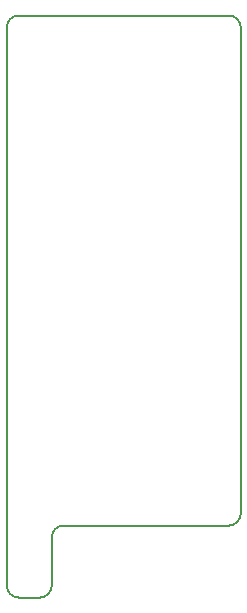
<source format=gm1>
G04 #@! TF.FileFunction,Profile,NP*
%FSLAX46Y46*%
G04 Gerber Fmt 4.6, Leading zero omitted, Abs format (unit mm)*
G04 Created by KiCad (PCBNEW 4.0.5) date Sunday, 19 February 2017 'PMt' 17:56:42*
%MOMM*%
%LPD*%
G01*
G04 APERTURE LIST*
%ADD10C,0.200000*%
%ADD11C,0.150000*%
G04 APERTURE END LIST*
D10*
D11*
X158496000Y-121412000D02*
X158496000Y-80264000D01*
X142494000Y-127508000D02*
X142494000Y-123444000D01*
X157480000Y-79248000D02*
X139700000Y-79248000D01*
X143510000Y-122428000D02*
X157480000Y-122428000D01*
X139700000Y-128524000D02*
X141478000Y-128524000D01*
X138684000Y-127508000D02*
X138684000Y-80264000D01*
X143510000Y-122428000D02*
G75*
G03X142494000Y-123444000I0J-1016000D01*
G01*
X157480000Y-122428000D02*
G75*
G03X158496000Y-121412000I0J1016000D01*
G01*
X141478000Y-128524000D02*
G75*
G03X142494000Y-127508000I0J1016000D01*
G01*
X138684000Y-127508000D02*
G75*
G03X139700000Y-128524000I1016000J0D01*
G01*
X158496000Y-80264000D02*
G75*
G03X157480000Y-79248000I-1016000J0D01*
G01*
X139700000Y-79248000D02*
G75*
G03X138684000Y-80264000I0J-1016000D01*
G01*
M02*

</source>
